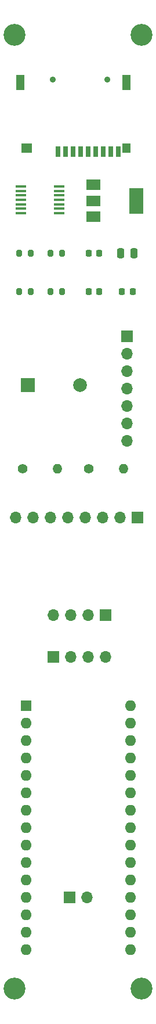
<source format=gts>
G04 #@! TF.GenerationSoftware,KiCad,Pcbnew,7.0.10-7.0.10~ubuntu22.04.1*
G04 #@! TF.CreationDate,2024-01-30T11:00:35+01:00*
G04 #@! TF.ProjectId,rocketry_circuit,726f636b-6574-4727-995f-636972637569,rev?*
G04 #@! TF.SameCoordinates,Original*
G04 #@! TF.FileFunction,Soldermask,Top*
G04 #@! TF.FilePolarity,Negative*
%FSLAX46Y46*%
G04 Gerber Fmt 4.6, Leading zero omitted, Abs format (unit mm)*
G04 Created by KiCad (PCBNEW 7.0.10-7.0.10~ubuntu22.04.1) date 2024-01-30 11:00:35*
%MOMM*%
%LPD*%
G01*
G04 APERTURE LIST*
G04 Aperture macros list*
%AMRoundRect*
0 Rectangle with rounded corners*
0 $1 Rounding radius*
0 $2 $3 $4 $5 $6 $7 $8 $9 X,Y pos of 4 corners*
0 Add a 4 corners polygon primitive as box body*
4,1,4,$2,$3,$4,$5,$6,$7,$8,$9,$2,$3,0*
0 Add four circle primitives for the rounded corners*
1,1,$1+$1,$2,$3*
1,1,$1+$1,$4,$5*
1,1,$1+$1,$6,$7*
1,1,$1+$1,$8,$9*
0 Add four rect primitives between the rounded corners*
20,1,$1+$1,$2,$3,$4,$5,0*
20,1,$1+$1,$4,$5,$6,$7,0*
20,1,$1+$1,$6,$7,$8,$9,0*
20,1,$1+$1,$8,$9,$2,$3,0*%
G04 Aperture macros list end*
%ADD10C,3.200000*%
%ADD11R,1.700000X1.700000*%
%ADD12O,1.700000X1.700000*%
%ADD13RoundRect,0.200000X-0.200000X-0.275000X0.200000X-0.275000X0.200000X0.275000X-0.200000X0.275000X0*%
%ADD14R,2.000000X1.500000*%
%ADD15R,2.000000X3.800000*%
%ADD16C,1.400000*%
%ADD17O,1.400000X1.400000*%
%ADD18RoundRect,0.250000X-0.250000X-0.475000X0.250000X-0.475000X0.250000X0.475000X-0.250000X0.475000X0*%
%ADD19RoundRect,0.075000X-0.700000X-0.075000X0.700000X-0.075000X0.700000X0.075000X-0.700000X0.075000X0*%
%ADD20RoundRect,0.225000X-0.225000X-0.250000X0.225000X-0.250000X0.225000X0.250000X-0.225000X0.250000X0*%
%ADD21C,0.900000*%
%ADD22R,0.700000X1.600000*%
%ADD23R,1.200000X2.200000*%
%ADD24R,1.600000X1.400000*%
%ADD25R,1.200000X1.400000*%
%ADD26R,2.000000X2.000000*%
%ADD27C,2.000000*%
%ADD28R,1.600000X1.600000*%
%ADD29O,1.600000X1.600000*%
G04 APERTURE END LIST*
D10*
X33500000Y-154000000D03*
D11*
X23037000Y-140730200D03*
D12*
X25577000Y-140730200D03*
D13*
X15656000Y-46770000D03*
X17306000Y-46770000D03*
D14*
X26490000Y-36850000D03*
X26490000Y-39150000D03*
D15*
X32790000Y-39150000D03*
D14*
X26490000Y-41450000D03*
D16*
X16184000Y-78246200D03*
D17*
X21264000Y-78246200D03*
D11*
X20610000Y-105670000D03*
D12*
X23150000Y-105670000D03*
X25690000Y-105670000D03*
X28230000Y-105670000D03*
D18*
X30481000Y-46770000D03*
X32381000Y-46770000D03*
D19*
X15912000Y-37058000D03*
X15912000Y-37708000D03*
X15912000Y-38358000D03*
X15912000Y-39008000D03*
X15912000Y-39658000D03*
X15912000Y-40308000D03*
X15912000Y-40958000D03*
X21512000Y-40958000D03*
X21512000Y-40308000D03*
X21512000Y-39658000D03*
X21512000Y-39008000D03*
X21512000Y-38358000D03*
X21512000Y-37708000D03*
X21512000Y-37058000D03*
D10*
X33500000Y-15000000D03*
D20*
X25817000Y-46770000D03*
X27367000Y-46770000D03*
D21*
X20550968Y-21518155D03*
X28550968Y-21518155D03*
D22*
X21350968Y-32018155D03*
X22450968Y-32018155D03*
X23550968Y-32018155D03*
X24650968Y-32018155D03*
X25750968Y-32018155D03*
X26850968Y-32018155D03*
X27950968Y-32018155D03*
X29050968Y-32018155D03*
X30150968Y-32018155D03*
D23*
X15850968Y-21918155D03*
D24*
X16750968Y-31518155D03*
D23*
X31350968Y-21918155D03*
D25*
X31350968Y-31518155D03*
D20*
X30656000Y-52358000D03*
X32206000Y-52358000D03*
D13*
X20228000Y-46770000D03*
X21878000Y-46770000D03*
X15656000Y-52358000D03*
X17306000Y-52358000D03*
D26*
X16956000Y-66054200D03*
D27*
X24556000Y-66054200D03*
D10*
X15000000Y-15000000D03*
D16*
X25836000Y-78246200D03*
D17*
X30916000Y-78246200D03*
D11*
X28230000Y-99574000D03*
D12*
X25690000Y-99574000D03*
X23150000Y-99574000D03*
X20610000Y-99574000D03*
D20*
X25817000Y-52358000D03*
X27367000Y-52358000D03*
D10*
X15000000Y-154000000D03*
D28*
X16692000Y-112790200D03*
D29*
X16692000Y-115330200D03*
X16692000Y-117870200D03*
X16692000Y-120410200D03*
X16692000Y-122950200D03*
X16692000Y-125490200D03*
X16692000Y-128030200D03*
X16692000Y-130570200D03*
X16692000Y-133110200D03*
X16692000Y-135650200D03*
X16692000Y-138190200D03*
X16692000Y-140730200D03*
X16692000Y-143270200D03*
X16692000Y-145810200D03*
X16692000Y-148350200D03*
X31932000Y-148350200D03*
X31932000Y-145810200D03*
X31932000Y-143270200D03*
X31932000Y-140730200D03*
X31932000Y-138190200D03*
X31932000Y-135650200D03*
X31932000Y-133110200D03*
X31932000Y-130570200D03*
X31932000Y-128030200D03*
X31932000Y-125490200D03*
X31932000Y-122950200D03*
X31932000Y-120410200D03*
X31932000Y-117870200D03*
X31932000Y-115330200D03*
X31932000Y-112790200D03*
D12*
X31424000Y-74182200D03*
X31424000Y-71642200D03*
X31424000Y-69102200D03*
X31424000Y-66562200D03*
X31424000Y-64022200D03*
X31424000Y-61482200D03*
D11*
X31424000Y-58942200D03*
D13*
X20228000Y-52358000D03*
X21878000Y-52358000D03*
D11*
X32948000Y-85358200D03*
D12*
X30408000Y-85358200D03*
X27868000Y-85358200D03*
X25328000Y-85358200D03*
X22788000Y-85358200D03*
X20248000Y-85358200D03*
X17708000Y-85358200D03*
X15168000Y-85358200D03*
M02*

</source>
